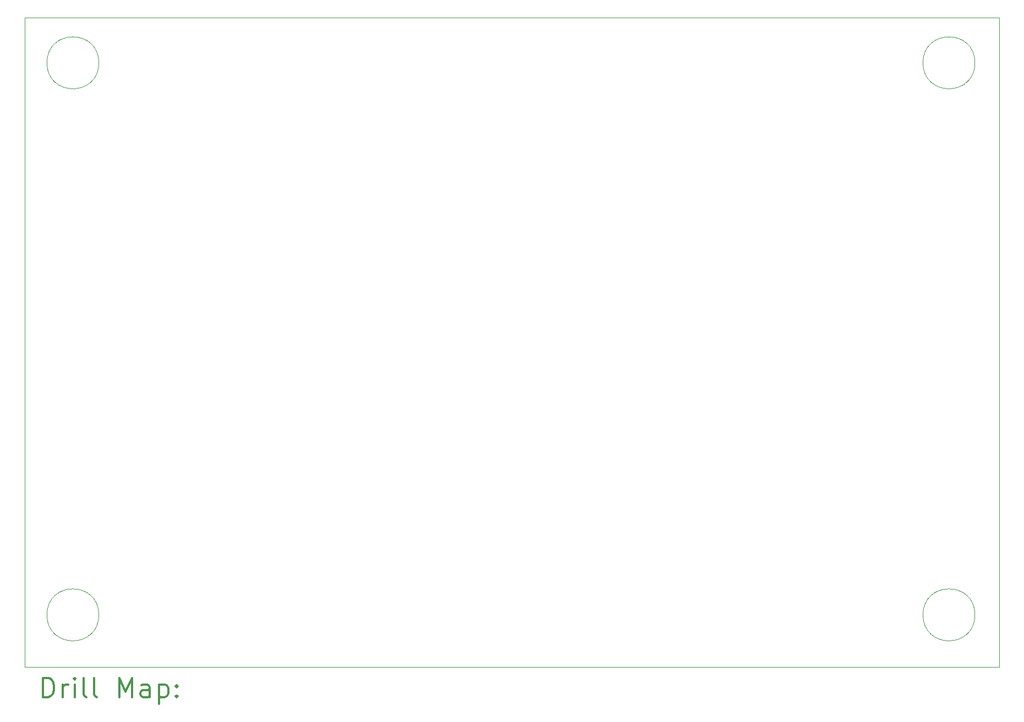
<source format=gbr>
%FSLAX45Y45*%
G04 Gerber Fmt 4.5, Leading zero omitted, Abs format (unit mm)*
G04 Created by KiCad (PCBNEW 5.1.10) date 2021-10-31 13:48:07*
%MOMM*%
%LPD*%
G01*
G04 APERTURE LIST*
%TA.AperFunction,Profile*%
%ADD10C,0.050000*%
%TD*%
%ADD11C,0.200000*%
%ADD12C,0.300000*%
G04 APERTURE END LIST*
D10*
X18180000Y-12500000D02*
G75*
G03*
X18180000Y-12500000I-400000J0D01*
G01*
X18180000Y-4000000D02*
G75*
G03*
X18180000Y-4000000I-400000J0D01*
G01*
X4700000Y-4000000D02*
G75*
G03*
X4700000Y-4000000I-400000J0D01*
G01*
X4700000Y-12500000D02*
G75*
G03*
X4700000Y-12500000I-400000J0D01*
G01*
X18556000Y-3302000D02*
X18556000Y-13302000D01*
X3556000Y-13302000D02*
X18556000Y-13302000D01*
X3556000Y-3302000D02*
X3556000Y-13302000D01*
X3556000Y-3302000D02*
X18556000Y-3302000D01*
D11*
D12*
X3839928Y-13770214D02*
X3839928Y-13470214D01*
X3911357Y-13470214D01*
X3954214Y-13484500D01*
X3982786Y-13513071D01*
X3997071Y-13541643D01*
X4011357Y-13598786D01*
X4011357Y-13641643D01*
X3997071Y-13698786D01*
X3982786Y-13727357D01*
X3954214Y-13755929D01*
X3911357Y-13770214D01*
X3839928Y-13770214D01*
X4139928Y-13770214D02*
X4139928Y-13570214D01*
X4139928Y-13627357D02*
X4154214Y-13598786D01*
X4168500Y-13584500D01*
X4197071Y-13570214D01*
X4225643Y-13570214D01*
X4325643Y-13770214D02*
X4325643Y-13570214D01*
X4325643Y-13470214D02*
X4311357Y-13484500D01*
X4325643Y-13498786D01*
X4339928Y-13484500D01*
X4325643Y-13470214D01*
X4325643Y-13498786D01*
X4511357Y-13770214D02*
X4482786Y-13755929D01*
X4468500Y-13727357D01*
X4468500Y-13470214D01*
X4668500Y-13770214D02*
X4639928Y-13755929D01*
X4625643Y-13727357D01*
X4625643Y-13470214D01*
X5011357Y-13770214D02*
X5011357Y-13470214D01*
X5111357Y-13684500D01*
X5211357Y-13470214D01*
X5211357Y-13770214D01*
X5482786Y-13770214D02*
X5482786Y-13613071D01*
X5468500Y-13584500D01*
X5439928Y-13570214D01*
X5382786Y-13570214D01*
X5354214Y-13584500D01*
X5482786Y-13755929D02*
X5454214Y-13770214D01*
X5382786Y-13770214D01*
X5354214Y-13755929D01*
X5339928Y-13727357D01*
X5339928Y-13698786D01*
X5354214Y-13670214D01*
X5382786Y-13655929D01*
X5454214Y-13655929D01*
X5482786Y-13641643D01*
X5625643Y-13570214D02*
X5625643Y-13870214D01*
X5625643Y-13584500D02*
X5654214Y-13570214D01*
X5711357Y-13570214D01*
X5739928Y-13584500D01*
X5754214Y-13598786D01*
X5768500Y-13627357D01*
X5768500Y-13713071D01*
X5754214Y-13741643D01*
X5739928Y-13755929D01*
X5711357Y-13770214D01*
X5654214Y-13770214D01*
X5625643Y-13755929D01*
X5897071Y-13741643D02*
X5911357Y-13755929D01*
X5897071Y-13770214D01*
X5882786Y-13755929D01*
X5897071Y-13741643D01*
X5897071Y-13770214D01*
X5897071Y-13584500D02*
X5911357Y-13598786D01*
X5897071Y-13613071D01*
X5882786Y-13598786D01*
X5897071Y-13584500D01*
X5897071Y-13613071D01*
M02*

</source>
